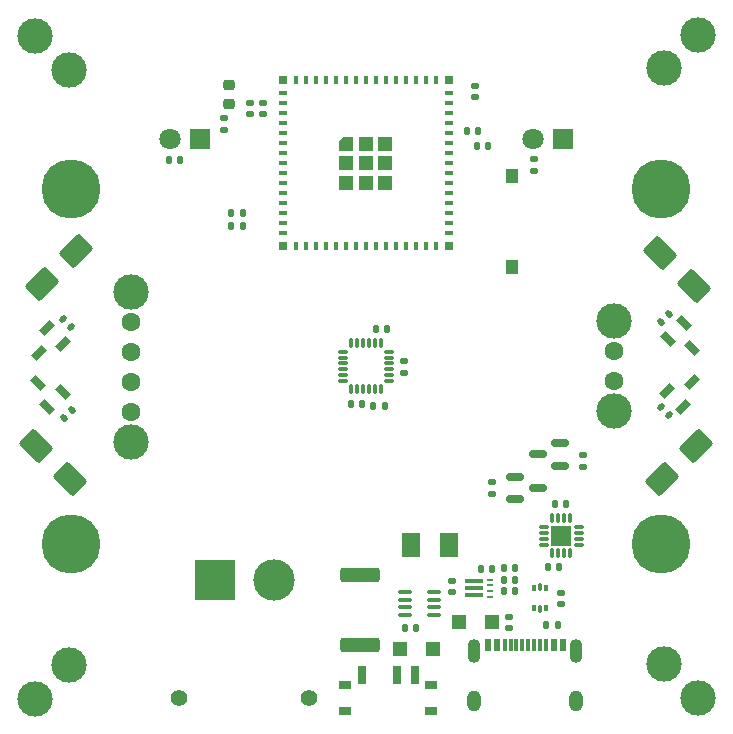
<source format=gts>
G04 #@! TF.GenerationSoftware,KiCad,Pcbnew,9.0.3*
G04 #@! TF.CreationDate,2026-01-20T11:30:40+07:00*
G04 #@! TF.ProjectId,Mini_drone_PCB,4d696e69-5f64-4726-9f6e-655f5043422e,rev?*
G04 #@! TF.SameCoordinates,Original*
G04 #@! TF.FileFunction,Soldermask,Top*
G04 #@! TF.FilePolarity,Negative*
%FSLAX46Y46*%
G04 Gerber Fmt 4.6, Leading zero omitted, Abs format (unit mm)*
G04 Created by KiCad (PCBNEW 9.0.3) date 2026-01-20 11:30:40*
%MOMM*%
%LPD*%
G01*
G04 APERTURE LIST*
G04 Aperture macros list*
%AMRoundRect*
0 Rectangle with rounded corners*
0 $1 Rounding radius*
0 $2 $3 $4 $5 $6 $7 $8 $9 X,Y pos of 4 corners*
0 Add a 4 corners polygon primitive as box body*
4,1,4,$2,$3,$4,$5,$6,$7,$8,$9,$2,$3,0*
0 Add four circle primitives for the rounded corners*
1,1,$1+$1,$2,$3*
1,1,$1+$1,$4,$5*
1,1,$1+$1,$6,$7*
1,1,$1+$1,$8,$9*
0 Add four rect primitives between the rounded corners*
20,1,$1+$1,$2,$3,$4,$5,0*
20,1,$1+$1,$4,$5,$6,$7,0*
20,1,$1+$1,$6,$7,$8,$9,0*
20,1,$1+$1,$8,$9,$2,$3,0*%
%AMRotRect*
0 Rectangle, with rotation*
0 The origin of the aperture is its center*
0 $1 length*
0 $2 width*
0 $3 Rotation angle, in degrees counterclockwise*
0 Add horizontal line*
21,1,$1,$2,0,0,$3*%
%AMOutline5P*
0 Free polygon, 5 corners , with rotation*
0 The origin of the aperture is its center*
0 number of corners: always 5*
0 $1 to $10 corner X, Y*
0 $11 Rotation angle, in degrees counterclockwise*
0 create outline with 5 corners*
4,1,5,$1,$2,$3,$4,$5,$6,$7,$8,$9,$10,$1,$2,$11*%
%AMOutline6P*
0 Free polygon, 6 corners , with rotation*
0 The origin of the aperture is its center*
0 number of corners: always 6*
0 $1 to $12 corner X, Y*
0 $13 Rotation angle, in degrees counterclockwise*
0 create outline with 6 corners*
4,1,6,$1,$2,$3,$4,$5,$6,$7,$8,$9,$10,$11,$12,$1,$2,$13*%
%AMOutline7P*
0 Free polygon, 7 corners , with rotation*
0 The origin of the aperture is its center*
0 number of corners: always 7*
0 $1 to $14 corner X, Y*
0 $15 Rotation angle, in degrees counterclockwise*
0 create outline with 7 corners*
4,1,7,$1,$2,$3,$4,$5,$6,$7,$8,$9,$10,$11,$12,$13,$14,$1,$2,$15*%
%AMOutline8P*
0 Free polygon, 8 corners , with rotation*
0 The origin of the aperture is its center*
0 number of corners: always 8*
0 $1 to $16 corner X, Y*
0 $17 Rotation angle, in degrees counterclockwise*
0 create outline with 8 corners*
4,1,8,$1,$2,$3,$4,$5,$6,$7,$8,$9,$10,$11,$12,$13,$14,$15,$16,$1,$2,$17*%
G04 Aperture macros list end*
%ADD10C,3.000000*%
%ADD11C,1.600000*%
%ADD12RoundRect,0.140000X0.140000X0.170000X-0.140000X0.170000X-0.140000X-0.170000X0.140000X-0.170000X0*%
%ADD13C,5.000000*%
%ADD14R,1.000000X1.250000*%
%ADD15RoundRect,0.250000X-1.166726X0.247487X0.247487X-1.166726X1.166726X-0.247487X-0.247487X1.166726X0*%
%ADD16RoundRect,0.150000X-0.587500X-0.150000X0.587500X-0.150000X0.587500X0.150000X-0.587500X0.150000X0*%
%ADD17RoundRect,0.140000X-0.140000X-0.170000X0.140000X-0.170000X0.140000X0.170000X-0.140000X0.170000X0*%
%ADD18RoundRect,0.140000X0.170000X-0.140000X0.170000X0.140000X-0.170000X0.140000X-0.170000X-0.140000X0*%
%ADD19RoundRect,0.140000X-0.219203X-0.021213X-0.021213X-0.219203X0.219203X0.021213X0.021213X0.219203X0*%
%ADD20RoundRect,0.140000X0.021213X-0.219203X0.219203X-0.021213X-0.021213X0.219203X-0.219203X0.021213X0*%
%ADD21RoundRect,0.075000X-0.350000X-0.075000X0.350000X-0.075000X0.350000X0.075000X-0.350000X0.075000X0*%
%ADD22RoundRect,0.075000X0.075000X-0.350000X0.075000X0.350000X-0.075000X0.350000X-0.075000X-0.350000X0*%
%ADD23RoundRect,0.250000X0.247487X1.166726X-1.166726X-0.247487X-0.247487X-1.166726X1.166726X0.247487X0*%
%ADD24RotRect,1.250000X0.700000X315.000000*%
%ADD25RoundRect,0.250000X-0.247487X-1.166726X1.166726X0.247487X0.247487X1.166726X-1.166726X-0.247487X0*%
%ADD26RotRect,1.250000X0.700000X135.000000*%
%ADD27RotRect,1.250000X0.700000X45.000000*%
%ADD28RoundRect,0.140000X-0.170000X0.140000X-0.170000X-0.140000X0.170000X-0.140000X0.170000X0.140000X0*%
%ADD29R,1.200000X1.200000*%
%ADD30RoundRect,0.075000X-0.075000X0.312500X-0.075000X-0.312500X0.075000X-0.312500X0.075000X0.312500X0*%
%ADD31RoundRect,0.075000X-0.312500X0.075000X-0.312500X-0.075000X0.312500X-0.075000X0.312500X0.075000X0*%
%ADD32R,1.800000X1.800000*%
%ADD33RoundRect,0.250000X1.425000X-0.362500X1.425000X0.362500X-1.425000X0.362500X-1.425000X-0.362500X0*%
%ADD34R,0.600000X0.250000*%
%ADD35O,0.600000X0.250000*%
%ADD36R,1.500000X0.300000*%
%ADD37R,0.550000X1.100000*%
%ADD38R,0.300000X1.100000*%
%ADD39O,1.100000X2.000000*%
%ADD40O,1.200000X1.800000*%
%ADD41RoundRect,0.093750X0.093750X-0.156250X0.093750X0.156250X-0.093750X0.156250X-0.093750X-0.156250X0*%
%ADD42RoundRect,0.075000X0.075000X-0.250000X0.075000X0.250000X-0.075000X0.250000X-0.075000X-0.250000X0*%
%ADD43RoundRect,0.140000X-0.021213X0.219203X-0.219203X0.021213X0.021213X-0.219203X0.219203X-0.021213X0*%
%ADD44O,1.252000X0.350000*%
%ADD45R,1.600000X2.000000*%
%ADD46RotRect,1.250000X0.700000X225.000000*%
%ADD47R,0.700000X1.500000*%
%ADD48R,1.000000X0.800000*%
%ADD49RoundRect,0.150000X0.587500X0.150000X-0.587500X0.150000X-0.587500X-0.150000X0.587500X-0.150000X0*%
%ADD50RoundRect,0.218750X0.256250X-0.218750X0.256250X0.218750X-0.256250X0.218750X-0.256250X-0.218750X0*%
%ADD51RoundRect,0.140000X0.219203X0.021213X0.021213X0.219203X-0.219203X-0.021213X-0.021213X-0.219203X0*%
%ADD52RoundRect,0.250000X1.166726X-0.247487X-0.247487X1.166726X-1.166726X0.247487X0.247487X-1.166726X0*%
%ADD53C,3.500000*%
%ADD54R,3.500000X3.500000*%
%ADD55C,1.400000*%
%ADD56C,1.800000*%
%ADD57R,0.800000X0.400000*%
%ADD58R,0.400000X0.800000*%
%ADD59Outline5P,-0.600000X0.204000X-0.204000X0.600000X0.600000X0.600000X0.600000X-0.600000X-0.600000X-0.600000X0.000000*%
%ADD60R,0.800000X0.800000*%
G04 APERTURE END LIST*
D10*
G04 #@! TO.C,J3*
X120072713Y-93545718D03*
D11*
X120072714Y-96085718D03*
X120072713Y-98625718D03*
X120072713Y-101165718D03*
X120072713Y-103705718D03*
D10*
X120072713Y-106245717D03*
G04 #@! TD*
G04 #@! TO.C,J2*
X160988200Y-103672993D03*
D11*
X160988199Y-101132993D03*
X160988200Y-98592993D03*
D10*
X160988200Y-96052993D03*
G04 #@! TD*
D12*
G04 #@! TO.C,C4*
X139700000Y-103000000D03*
X138740000Y-103000000D03*
G04 #@! TD*
D13*
G04 #@! TO.C,H3*
X165000002Y-114857863D03*
G04 #@! TD*
D14*
G04 #@! TO.C,SW1*
X152400000Y-91475000D03*
X152400000Y-83725000D03*
G04 #@! TD*
D15*
G04 #@! TO.C,D4*
X164935786Y-90235786D03*
X167764214Y-93064214D03*
G04 #@! TD*
D16*
G04 #@! TO.C,Q1*
X152662498Y-109200999D03*
X152662498Y-111100999D03*
X154537499Y-110150999D03*
G04 #@! TD*
D17*
G04 #@! TO.C,R1*
X151700132Y-116967486D03*
X152660132Y-116967486D03*
G04 #@! TD*
D18*
G04 #@! TO.C,C10*
X131300000Y-78480000D03*
X131300000Y-77520000D03*
G04 #@! TD*
D19*
G04 #@! TO.C,R14*
X114321178Y-95821178D03*
X115000000Y-96500000D03*
G04 #@! TD*
D10*
G04 #@! TO.C,J6*
X168100000Y-71800000D03*
X165271573Y-74628427D03*
G04 #@! TD*
D20*
G04 #@! TO.C,R15*
X165010589Y-96139411D03*
X165689411Y-95460589D03*
G04 #@! TD*
D18*
G04 #@! TO.C,C1*
X147250000Y-118980000D03*
X147250000Y-118020000D03*
G04 #@! TD*
D13*
G04 #@! TO.C,H4*
X115000003Y-84857863D03*
G04 #@! TD*
D21*
G04 #@! TO.C,U4*
X138061049Y-98607425D03*
X138061049Y-99107425D03*
X138061049Y-99607425D03*
X138061049Y-100107425D03*
X138061049Y-100607425D03*
X138061049Y-101107425D03*
D22*
X138761049Y-101807425D03*
X139261049Y-101807425D03*
X139761049Y-101807425D03*
X140261049Y-101807425D03*
X140761049Y-101807425D03*
X141261049Y-101807425D03*
D21*
X141961049Y-101107425D03*
X141961049Y-100607425D03*
X141961049Y-100107425D03*
X141961049Y-99607425D03*
X141961049Y-99107425D03*
X141961049Y-98607425D03*
D22*
X141261049Y-97907425D03*
X140761049Y-97907425D03*
X140261049Y-97907425D03*
X139761049Y-97907425D03*
X139261049Y-97907425D03*
X138761049Y-97907425D03*
G04 #@! TD*
D23*
G04 #@! TO.C,D3*
X115414214Y-90085786D03*
X112585786Y-92914214D03*
G04 #@! TD*
D10*
G04 #@! TO.C,J5*
X112000000Y-71900000D03*
X114828427Y-74728427D03*
G04 #@! TD*
D18*
G04 #@! TO.C,C3*
X143200000Y-100380000D03*
X143200000Y-99420000D03*
G04 #@! TD*
D24*
G04 #@! TO.C,Q5*
X112985355Y-103328858D03*
X114328858Y-101985355D03*
X112242893Y-101242893D03*
G04 #@! TD*
D25*
G04 #@! TO.C,D6*
X165085786Y-109414214D03*
X167914214Y-106585786D03*
G04 #@! TD*
D26*
G04 #@! TO.C,Q4*
X166907538Y-96214035D03*
X165564035Y-97557538D03*
X167650000Y-98300000D03*
G04 #@! TD*
D27*
G04 #@! TO.C,Q3*
X114378858Y-97964645D03*
X113035355Y-96621142D03*
X112292893Y-98707107D03*
G04 #@! TD*
D12*
G04 #@! TO.C,C2*
X150680000Y-117000000D03*
X149720000Y-117000000D03*
G04 #@! TD*
D18*
G04 #@! TO.C,R7*
X152087215Y-122030219D03*
X152087215Y-121070219D03*
G04 #@! TD*
D10*
G04 #@! TO.C,J7*
X112000000Y-128000000D03*
X114828427Y-125171573D03*
G04 #@! TD*
D28*
G04 #@! TO.C,R9*
X128000000Y-78840000D03*
X128000000Y-79800000D03*
G04 #@! TD*
D29*
G04 #@! TO.C,D8*
X145649999Y-123750000D03*
X142850001Y-123750000D03*
G04 #@! TD*
D10*
G04 #@! TO.C,J4*
X168100000Y-127900000D03*
X165271573Y-125071573D03*
G04 #@! TD*
D17*
G04 #@! TO.C,R6*
X155290000Y-121750000D03*
X156250000Y-121750000D03*
G04 #@! TD*
D30*
G04 #@! TO.C,U5*
X157300000Y-112700000D03*
X156800000Y-112700000D03*
X156300000Y-112700000D03*
X155800000Y-112700000D03*
D31*
X155062500Y-113437500D03*
X155062500Y-113937500D03*
X155062500Y-114437500D03*
X155062500Y-114937500D03*
D30*
X155800000Y-115675000D03*
X156300000Y-115675000D03*
X156800000Y-115675000D03*
X157300000Y-115675000D03*
D31*
X158037500Y-114937500D03*
X158037500Y-114437500D03*
X158037500Y-113937500D03*
X158037500Y-113437500D03*
D32*
X156550000Y-114187500D03*
G04 #@! TD*
D13*
G04 #@! TO.C,H1*
X165000002Y-84857863D03*
G04 #@! TD*
D17*
G04 #@! TO.C,R3*
X151696077Y-118887763D03*
X152656077Y-118887763D03*
G04 #@! TD*
D33*
G04 #@! TO.C,R13*
X139500000Y-123462500D03*
X139500000Y-117537500D03*
G04 #@! TD*
D29*
G04 #@! TO.C,D7*
X147850000Y-121500000D03*
X150650000Y-121500000D03*
G04 #@! TD*
D17*
G04 #@! TO.C,R12*
X149420000Y-81200000D03*
X150380000Y-81200000D03*
G04 #@! TD*
D12*
G04 #@! TO.C,R4*
X129580000Y-86900000D03*
X128620000Y-86900000D03*
G04 #@! TD*
G04 #@! TO.C,R5*
X129580000Y-88000000D03*
X128620000Y-88000000D03*
G04 #@! TD*
D34*
G04 #@! TO.C,U1*
X150500000Y-119400000D03*
D35*
X150498999Y-118899000D03*
X150498999Y-118401000D03*
X150498999Y-117900999D03*
D36*
X149149999Y-118049999D03*
X149149998Y-118650000D03*
X149149998Y-119250000D03*
G04 #@! TD*
D18*
G04 #@! TO.C,C13*
X149200000Y-77080000D03*
X149200000Y-76120000D03*
G04 #@! TD*
D37*
G04 #@! TO.C,USB1*
X150300000Y-123436500D03*
X151100000Y-123436500D03*
D38*
X151750000Y-123436500D03*
X152250000Y-123436500D03*
X152750000Y-123436500D03*
X153250000Y-123436500D03*
X153750000Y-123436500D03*
X154250000Y-123436500D03*
X154750000Y-123436500D03*
X155250000Y-123436500D03*
D37*
X155900000Y-123436500D03*
X156700000Y-123436500D03*
D39*
X149175000Y-123986500D03*
D40*
X149175000Y-128186500D03*
D39*
X157825000Y-123986500D03*
D40*
X157825000Y-128186500D03*
G04 #@! TD*
D17*
G04 #@! TO.C,C8*
X156020000Y-111475000D03*
X156980000Y-111475000D03*
G04 #@! TD*
D41*
G04 #@! TO.C,U7*
X154212500Y-120350000D03*
D42*
X154750000Y-120425000D03*
D41*
X155287500Y-120350000D03*
X155287500Y-118650000D03*
D42*
X154750000Y-118575000D03*
D41*
X154212500Y-118650000D03*
G04 #@! TD*
D12*
G04 #@! TO.C,C5*
X141580000Y-103200000D03*
X140620000Y-103200000D03*
G04 #@! TD*
D18*
G04 #@! TO.C,C11*
X130200000Y-78480000D03*
X130200000Y-77520000D03*
G04 #@! TD*
D43*
G04 #@! TO.C,R16*
X115139411Y-103510589D03*
X114460589Y-104189411D03*
G04 #@! TD*
D44*
G04 #@! TO.C,U6*
X143274000Y-118960000D03*
X143274000Y-119610000D03*
X143274000Y-120260000D03*
X143274000Y-120910000D03*
X145726000Y-120910000D03*
X145726000Y-120260000D03*
X145726000Y-119610000D03*
X145726000Y-118960000D03*
G04 #@! TD*
D28*
G04 #@! TO.C,C14*
X156500000Y-119020000D03*
X156500000Y-119980000D03*
G04 #@! TD*
D45*
G04 #@! TO.C,U2*
X143800000Y-115000000D03*
X147000000Y-115000000D03*
G04 #@! TD*
D17*
G04 #@! TO.C,C7*
X155420000Y-116800000D03*
X156380000Y-116800000D03*
G04 #@! TD*
D46*
G04 #@! TO.C,Q6*
X165520959Y-101935539D03*
X166864462Y-103279042D03*
X167606924Y-101193077D03*
G04 #@! TD*
D28*
G04 #@! TO.C,R10*
X158400000Y-107390998D03*
X158400000Y-108350998D03*
G04 #@! TD*
D13*
G04 #@! TO.C,H2*
X115000002Y-114857863D03*
G04 #@! TD*
D12*
G04 #@! TO.C,C6*
X141780000Y-96700000D03*
X140820000Y-96700000D03*
G04 #@! TD*
D47*
G04 #@! TO.C,SW2*
X139650000Y-125950000D03*
X142650000Y-125950000D03*
X144150000Y-125950000D03*
D48*
X138250000Y-126850000D03*
X145550000Y-126850000D03*
X145550000Y-129050000D03*
X138250000Y-129050000D03*
G04 #@! TD*
D18*
G04 #@! TO.C,R11*
X150700000Y-110630999D03*
X150700000Y-109670999D03*
G04 #@! TD*
D49*
G04 #@! TO.C,Q2*
X156437500Y-108250000D03*
X156437500Y-106350000D03*
X154562499Y-107300000D03*
G04 #@! TD*
D50*
G04 #@! TO.C,D2*
X128400000Y-77600000D03*
X128400000Y-76024998D03*
G04 #@! TD*
D51*
G04 #@! TO.C,R17*
X165639411Y-103939411D03*
X164960589Y-103260589D03*
G04 #@! TD*
D17*
G04 #@! TO.C,C12*
X143270000Y-122000000D03*
X144230000Y-122000000D03*
G04 #@! TD*
D52*
G04 #@! TO.C,D5*
X114914214Y-109414214D03*
X112085786Y-106585786D03*
G04 #@! TD*
D12*
G04 #@! TO.C,C9*
X149480000Y-79900000D03*
X148520000Y-79900000D03*
G04 #@! TD*
D17*
G04 #@! TO.C,R2*
X151700132Y-117938641D03*
X152660132Y-117938641D03*
G04 #@! TD*
D53*
G04 #@! TO.C,J1*
X132200000Y-117925000D03*
D54*
X127200000Y-117925000D03*
D55*
X124200000Y-127925000D03*
X135200000Y-127925000D03*
G04 #@! TD*
D56*
G04 #@! TO.C,D1*
X123400000Y-80575000D03*
D32*
X125940000Y-80575000D03*
G04 #@! TD*
D57*
G04 #@! TO.C,U3*
X133000000Y-76700000D03*
X133000000Y-77550000D03*
X133000000Y-78400000D03*
X133000000Y-79250000D03*
X133000000Y-80100000D03*
X133000000Y-80950000D03*
X133000000Y-81800000D03*
X133000000Y-82650000D03*
X133000000Y-83500000D03*
X133000000Y-84350000D03*
X133000000Y-85200000D03*
X133000000Y-86050000D03*
X133000000Y-86900000D03*
X133000000Y-87750000D03*
X133000000Y-88600000D03*
D58*
X134050000Y-89650000D03*
X134900000Y-89650000D03*
X135750000Y-89650000D03*
X136600000Y-89650000D03*
X137450000Y-89650000D03*
X138300000Y-89650000D03*
X139150000Y-89650000D03*
X140000000Y-89650000D03*
X140850000Y-89650000D03*
X141700000Y-89650000D03*
X142550000Y-89650000D03*
X143400000Y-89650000D03*
X144250000Y-89650000D03*
X145100000Y-89650000D03*
X145950000Y-89650000D03*
D57*
X147000000Y-88600000D03*
X147000000Y-87750000D03*
X147000000Y-86900000D03*
X147000000Y-86050000D03*
X147000000Y-85200000D03*
X147000000Y-84350000D03*
X147000000Y-83500000D03*
X147000000Y-82650000D03*
X147000000Y-81800000D03*
X147000000Y-80950000D03*
X147000000Y-80100000D03*
X147000000Y-79250000D03*
X147000000Y-78400000D03*
X147000000Y-77550000D03*
X147000000Y-76700000D03*
D58*
X145950000Y-75650000D03*
X145100000Y-75650000D03*
X144250000Y-75650000D03*
X143400000Y-75650000D03*
X142550000Y-75650000D03*
X141700000Y-75650000D03*
X140850000Y-75650000D03*
X140000000Y-75650000D03*
X139150000Y-75650000D03*
X138300000Y-75650000D03*
X137450000Y-75650000D03*
X136600000Y-75650000D03*
X135750000Y-75650000D03*
X134900000Y-75650000D03*
X134050000Y-75650000D03*
D59*
X138350000Y-81000000D03*
D29*
X138350000Y-82650000D03*
X138350000Y-84300000D03*
X140000000Y-81000000D03*
X140000000Y-82650000D03*
X140000000Y-84300000D03*
X141650000Y-81000000D03*
X141650000Y-82650000D03*
X141650000Y-84300000D03*
D60*
X133000000Y-75650000D03*
X133000000Y-89650000D03*
X147000000Y-89650000D03*
X147000000Y-75650000D03*
G04 #@! TD*
D56*
G04 #@! TO.C,D9*
X154130001Y-80575000D03*
D32*
X156670001Y-80575000D03*
G04 #@! TD*
D12*
G04 #@! TO.C,R8*
X123320000Y-82400000D03*
X124280000Y-82400000D03*
G04 #@! TD*
D18*
G04 #@! TO.C,R18*
X154200000Y-82320000D03*
X154200000Y-83280000D03*
G04 #@! TD*
M02*

</source>
